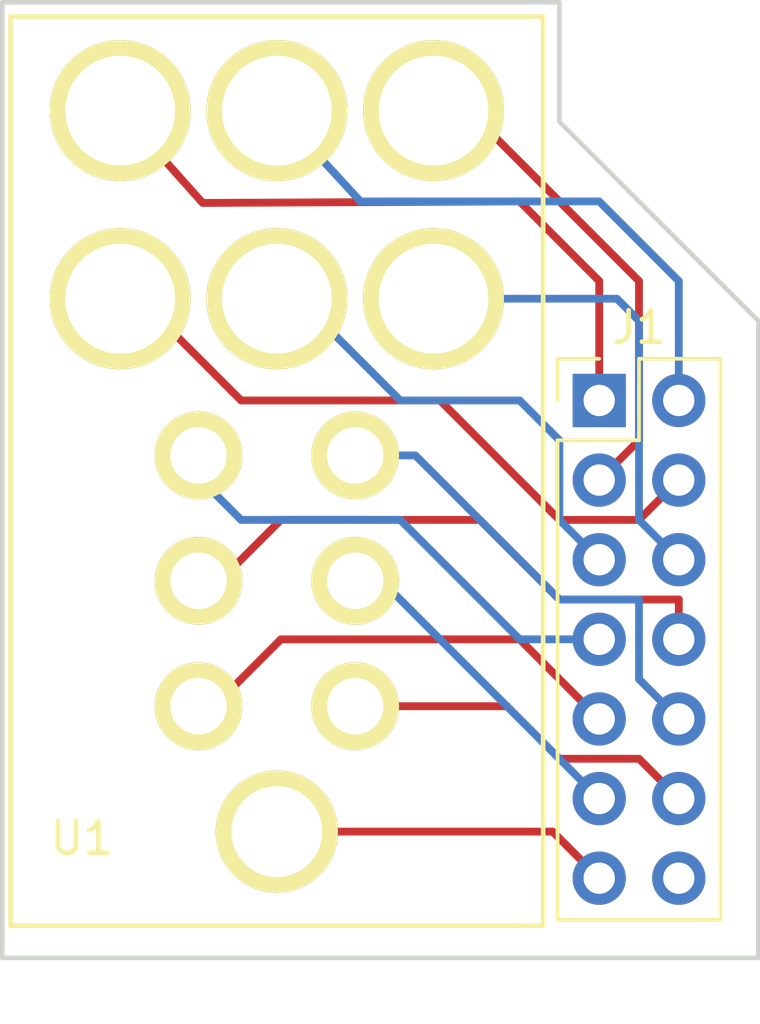
<source format=kicad_pcb>
(kicad_pcb (version 4) (host pcbnew 4.0.7)

  (general
    (links 13)
    (no_connects 0)
    (area 142.164999 82.474999 166.445001 113.105001)
    (thickness 1.6)
    (drawings 6)
    (tracks 58)
    (zones 0)
    (modules 2)
    (nets 15)
  )

  (page A4)
  (title_block
    (title "2 Gang DPDT Quick Connect")
    (rev 1)
  )

  (layers
    (0 F.Cu signal)
    (31 B.Cu signal)
    (32 B.Adhes user)
    (33 F.Adhes user)
    (34 B.Paste user)
    (35 F.Paste user)
    (36 B.SilkS user)
    (37 F.SilkS user)
    (38 B.Mask user)
    (39 F.Mask user)
    (40 Dwgs.User user)
    (41 Cmts.User user)
    (42 Eco1.User user)
    (43 Eco2.User user)
    (44 Edge.Cuts user)
    (45 Margin user)
    (46 B.CrtYd user)
    (47 F.CrtYd user)
    (48 B.Fab user)
    (49 F.Fab user)
  )

  (setup
    (last_trace_width 0.25)
    (trace_clearance 0.2)
    (zone_clearance 0.508)
    (zone_45_only no)
    (trace_min 0.2)
    (segment_width 0.2)
    (edge_width 0.15)
    (via_size 0.6)
    (via_drill 0.4)
    (via_min_size 0.4)
    (via_min_drill 0.3)
    (uvia_size 0.3)
    (uvia_drill 0.1)
    (uvias_allowed no)
    (uvia_min_size 0.2)
    (uvia_min_drill 0.1)
    (pcb_text_width 0.3)
    (pcb_text_size 1.5 1.5)
    (mod_edge_width 0.15)
    (mod_text_size 1 1)
    (mod_text_width 0.15)
    (pad_size 1.524 1.524)
    (pad_drill 0.762)
    (pad_to_mask_clearance 0.2)
    (aux_axis_origin 0 0)
    (visible_elements 7FFFFFFF)
    (pcbplotparams
      (layerselection 0x00030_80000001)
      (usegerberextensions false)
      (excludeedgelayer true)
      (linewidth 0.100000)
      (plotframeref false)
      (viasonmask false)
      (mode 1)
      (useauxorigin false)
      (hpglpennumber 1)
      (hpglpenspeed 20)
      (hpglpendiameter 15)
      (hpglpenoverlay 2)
      (psnegative false)
      (psa4output false)
      (plotreference true)
      (plotvalue true)
      (plotinvisibletext false)
      (padsonsilk false)
      (subtractmaskfromsilk false)
      (outputformat 1)
      (mirror false)
      (drillshape 1)
      (scaleselection 1)
      (outputdirectory ""))
  )

  (net 0 "")
  (net 1 GANG11)
  (net 2 WIPE1)
  (net 3 GANG13)
  (net 4 GANG21)
  (net 5 WIPE2)
  (net 6 GANG23)
  (net 7 DPDT1)
  (net 8 DPDT2)
  (net 9 DPDT3)
  (net 10 DPDT4)
  (net 11 DPDT5)
  (net 12 DPDT6)
  (net 13 GND)
  (net 14 "Net-(J1-Pad14)")

  (net_class Default "This is the default net class."
    (clearance 0.2)
    (trace_width 0.25)
    (via_dia 0.6)
    (via_drill 0.4)
    (uvia_dia 0.3)
    (uvia_drill 0.1)
    (add_net DPDT1)
    (add_net DPDT2)
    (add_net DPDT3)
    (add_net DPDT4)
    (add_net DPDT5)
    (add_net DPDT6)
    (add_net GANG11)
    (add_net GANG13)
    (add_net GANG21)
    (add_net GANG23)
    (add_net GND)
    (add_net "Net-(J1-Pad14)")
    (add_net WIPE1)
    (add_net WIPE2)
  )

  (module Pin_Headers:Pin_Header_Straight_2x07_Pitch2.54mm (layer F.Cu) (tedit 5B6C738D) (tstamp 5B6C6B08)
    (at 161.29 95.25)
    (descr "Through hole straight pin header, 2x07, 2.54mm pitch, double rows")
    (tags "Through hole pin header THT 2x07 2.54mm double row")
    (path /5B6C6157)
    (fp_text reference J1 (at 1.27 -2.33) (layer F.SilkS)
      (effects (font (size 1 1) (thickness 0.15)))
    )
    (fp_text value Conn_02x07_Odd_Even (at -6.35 19.05) (layer F.Fab)
      (effects (font (size 1 1) (thickness 0.15)))
    )
    (fp_line (start 0 -1.27) (end 3.81 -1.27) (layer F.Fab) (width 0.1))
    (fp_line (start 3.81 -1.27) (end 3.81 16.51) (layer F.Fab) (width 0.1))
    (fp_line (start 3.81 16.51) (end -1.27 16.51) (layer F.Fab) (width 0.1))
    (fp_line (start -1.27 16.51) (end -1.27 0) (layer F.Fab) (width 0.1))
    (fp_line (start -1.27 0) (end 0 -1.27) (layer F.Fab) (width 0.1))
    (fp_line (start -1.33 16.57) (end 3.87 16.57) (layer F.SilkS) (width 0.12))
    (fp_line (start -1.33 1.27) (end -1.33 16.57) (layer F.SilkS) (width 0.12))
    (fp_line (start 3.87 -1.33) (end 3.87 16.57) (layer F.SilkS) (width 0.12))
    (fp_line (start -1.33 1.27) (end 1.27 1.27) (layer F.SilkS) (width 0.12))
    (fp_line (start 1.27 1.27) (end 1.27 -1.33) (layer F.SilkS) (width 0.12))
    (fp_line (start 1.27 -1.33) (end 3.87 -1.33) (layer F.SilkS) (width 0.12))
    (fp_line (start -1.33 0) (end -1.33 -1.33) (layer F.SilkS) (width 0.12))
    (fp_line (start -1.33 -1.33) (end 0 -1.33) (layer F.SilkS) (width 0.12))
    (fp_line (start -1.8 -1.8) (end -1.8 17.05) (layer F.CrtYd) (width 0.05))
    (fp_line (start -1.8 17.05) (end 4.35 17.05) (layer F.CrtYd) (width 0.05))
    (fp_line (start 4.35 17.05) (end 4.35 -1.8) (layer F.CrtYd) (width 0.05))
    (fp_line (start 4.35 -1.8) (end -1.8 -1.8) (layer F.CrtYd) (width 0.05))
    (fp_text user %R (at 1.27 7.62 90) (layer F.Fab)
      (effects (font (size 1 1) (thickness 0.15)))
    )
    (pad 1 thru_hole rect (at 0 0) (size 1.7 1.7) (drill 1) (layers *.Cu *.Mask)
      (net 1 GANG11))
    (pad 2 thru_hole oval (at 2.54 0) (size 1.7 1.7) (drill 1) (layers *.Cu *.Mask)
      (net 2 WIPE1))
    (pad 3 thru_hole oval (at 0 2.54) (size 1.7 1.7) (drill 1) (layers *.Cu *.Mask)
      (net 3 GANG13))
    (pad 4 thru_hole oval (at 2.54 2.54) (size 1.7 1.7) (drill 1) (layers *.Cu *.Mask)
      (net 4 GANG21))
    (pad 5 thru_hole oval (at 0 5.08) (size 1.7 1.7) (drill 1) (layers *.Cu *.Mask)
      (net 5 WIPE2))
    (pad 6 thru_hole oval (at 2.54 5.08) (size 1.7 1.7) (drill 1) (layers *.Cu *.Mask)
      (net 6 GANG23))
    (pad 7 thru_hole oval (at 0 7.62) (size 1.7 1.7) (drill 1) (layers *.Cu *.Mask)
      (net 7 DPDT1))
    (pad 8 thru_hole oval (at 2.54 7.62) (size 1.7 1.7) (drill 1) (layers *.Cu *.Mask)
      (net 8 DPDT2))
    (pad 9 thru_hole oval (at 0 10.16) (size 1.7 1.7) (drill 1) (layers *.Cu *.Mask)
      (net 9 DPDT3))
    (pad 10 thru_hole oval (at 2.54 10.16) (size 1.7 1.7) (drill 1) (layers *.Cu *.Mask)
      (net 10 DPDT4))
    (pad 11 thru_hole oval (at 0 12.7) (size 1.7 1.7) (drill 1) (layers *.Cu *.Mask)
      (net 11 DPDT5))
    (pad 12 thru_hole oval (at 2.54 12.7) (size 1.7 1.7) (drill 1) (layers *.Cu *.Mask)
      (net 12 DPDT6))
    (pad 13 thru_hole oval (at 0 15.24) (size 1.7 1.7) (drill 1) (layers *.Cu *.Mask)
      (net 13 GND))
    (pad 14 thru_hole oval (at 2.54 15.24) (size 1.7 1.7) (drill 1) (layers *.Cu *.Mask)
      (net 14 "Net-(J1-Pad14)"))
    (model ${KISYS3DMOD}/Pin_Headers.3dshapes/Pin_Header_Straight_2x07_Pitch2.54mm.wrl
      (at (xyz 0 0 0))
      (scale (xyz 1 1 1))
      (rotate (xyz 0 0 0))
    )
  )

  (module GTR183:PotFP (layer F.Cu) (tedit 5B6C739C) (tstamp 5B6C6B1D)
    (at 148.5011 105.0036)
    (path /5B6BD6DE)
    (fp_text reference U1 (at -3.7211 4.2164) (layer F.SilkS)
      (effects (font (size 1 1) (thickness 0.15)))
    )
    (fp_text value PDB183GTR21 (at 2.6289 6.7564) (layer F.Fab)
      (effects (font (size 1 1) (thickness 0.15)))
    )
    (fp_line (start -6 -22) (end 11 -22) (layer F.SilkS) (width 0.15))
    (fp_line (start 11 -22) (end 11 7) (layer F.SilkS) (width 0.15))
    (fp_line (start 11 7) (end -6 7) (layer F.SilkS) (width 0.15))
    (fp_line (start -6 7) (end -6 -22) (layer F.SilkS) (width 0.15))
    (pad 7 thru_hole circle (at 0 -8) (size 2.8 2.8) (drill 1.8) (layers *.Cu *.Mask F.SilkS)
      (net 7 DPDT1))
    (pad 8 thru_hole circle (at 0 -4) (size 2.8 2.8) (drill 1.8) (layers *.Cu *.Mask F.SilkS)
      (net 8 DPDT2))
    (pad 9 thru_hole circle (at 0 0) (size 2.8 2.8) (drill 1.8) (layers *.Cu *.Mask F.SilkS)
      (net 9 DPDT3))
    (pad 10 thru_hole circle (at 5 -8) (size 2.8 2.8) (drill 1.8) (layers *.Cu *.Mask F.SilkS)
      (net 10 DPDT4))
    (pad 11 thru_hole circle (at 5 -4) (size 2.8 2.8) (drill 1.8) (layers *.Cu *.Mask F.SilkS)
      (net 11 DPDT5))
    (pad 12 thru_hole circle (at 5 0) (size 2.8 2.8) (drill 1.8) (layers *.Cu *.Mask F.SilkS)
      (net 12 DPDT6))
    (pad 4 thru_hole circle (at -2.5 -13) (size 4.5 4.5) (drill 3.5) (layers *.Cu *.Mask F.SilkS)
      (net 4 GANG21))
    (pad 1 thru_hole circle (at -2.5 -19) (size 4.5 4.5) (drill 3.5) (layers *.Cu *.Mask F.SilkS)
      (net 1 GANG11))
    (pad 3 thru_hole circle (at 7.5 -19) (size 4.5 4.5) (drill 3.5) (layers *.Cu *.Mask F.SilkS)
      (net 3 GANG13))
    (pad 5 thru_hole circle (at 2.5 -13) (size 4.5 4.5) (drill 3.5) (layers *.Cu *.Mask F.SilkS)
      (net 5 WIPE2))
    (pad 6 thru_hole circle (at 7.5 -13) (size 4.5 4.5) (drill 3.5) (layers *.Cu *.Mask F.SilkS)
      (net 6 GANG23))
    (pad 2 thru_hole circle (at 2.5 -19) (size 4.5 4.5) (drill 3.5) (layers *.Cu *.Mask F.SilkS)
      (net 2 WIPE1))
    (pad 13 thru_hole circle (at 2.5 4) (size 3.9 3.9) (drill 2.9) (layers *.Cu *.Mask F.SilkS)
      (net 13 GND))
  )

  (gr_line (start 142.24 113.03) (end 142.24 82.55) (angle 90) (layer Edge.Cuts) (width 0.15))
  (gr_line (start 166.37 113.03) (end 142.24 113.03) (angle 90) (layer Edge.Cuts) (width 0.15))
  (gr_line (start 166.37 92.71) (end 166.37 113.03) (angle 90) (layer Edge.Cuts) (width 0.15))
  (gr_line (start 160.02 86.36) (end 166.37 92.71) (angle 90) (layer Edge.Cuts) (width 0.15))
  (gr_line (start 160.02 82.55) (end 160.02 86.36) (angle 90) (layer Edge.Cuts) (width 0.15))
  (gr_line (start 142.24 82.55) (end 160.02 82.55) (angle 90) (layer Edge.Cuts) (width 0.15))

  (segment (start 161.29 91.44) (end 161.29 95.25) (width 0.25) (layer F.Cu) (net 1) (tstamp 5B6C6FAF))
  (segment (start 158.75 88.9) (end 161.29 91.44) (width 0.25) (layer F.Cu) (net 1) (tstamp 5B6C6FAA))
  (segment (start 148.6389 88.9489) (end 158.75 88.9) (width 0.25) (layer F.Cu) (net 1) (tstamp 5B6C6FA7))
  (segment (start 148.59 88.9) (end 148.6389 88.9489) (width 0.25) (layer F.Cu) (net 1) (tstamp 5B6C6FA6))
  (segment (start 146.0011 86.0036) (end 148.59 88.9) (width 0.25) (layer F.Cu) (net 1) (status 400000))
  (segment (start 163.83 91.44) (end 163.83 95.25) (width 0.25) (layer B.Cu) (net 2) (tstamp 5B6C6FE9))
  (segment (start 161.29 88.9) (end 163.83 91.44) (width 0.25) (layer B.Cu) (net 2) (tstamp 5B6C6FE7))
  (segment (start 153.67 88.9) (end 161.29 88.9) (width 0.25) (layer B.Cu) (net 2) (tstamp 5B6C6FE5))
  (segment (start 153.67 88.9) (end 153.67 88.9) (width 0.25) (layer B.Cu) (net 2) (tstamp 5B6C6FE4))
  (segment (start 151.0011 86.0036) (end 153.67 88.9) (width 0.25) (layer B.Cu) (net 2) (status 400000))
  (segment (start 162.56 96.52) (end 161.29 97.79) (width 0.25) (layer F.Cu) (net 3) (tstamp 5B6C6FD5))
  (segment (start 162.56 91.44) (end 162.56 96.52) (width 0.25) (layer F.Cu) (net 3) (tstamp 5B6C6FD2))
  (segment (start 157.1236 86.0036) (end 162.56 91.44) (width 0.25) (layer F.Cu) (net 3) (tstamp 5B6C6FC1))
  (segment (start 156.0011 86.0036) (end 157.1236 86.0036) (width 0.25) (layer F.Cu) (net 3))
  (segment (start 162.56 99.06) (end 163.83 97.79) (width 0.25) (layer F.Cu) (net 4) (tstamp 5B6C7053))
  (segment (start 160.02 99.06) (end 162.56 99.06) (width 0.25) (layer F.Cu) (net 4) (tstamp 5B6C704C))
  (segment (start 156.21 95.25) (end 160.02 99.06) (width 0.25) (layer F.Cu) (net 4) (tstamp 5B6C7048))
  (segment (start 149.86 95.25) (end 156.21 95.25) (width 0.25) (layer F.Cu) (net 4) (tstamp 5B6C7044))
  (segment (start 146.6136 92.0036) (end 149.86 95.25) (width 0.25) (layer F.Cu) (net 4) (tstamp 5B6C7039))
  (segment (start 146.0011 92.0036) (end 146.6136 92.0036) (width 0.25) (layer F.Cu) (net 4))
  (segment (start 160.02 99.06) (end 161.29 100.33) (width 0.25) (layer B.Cu) (net 5) (tstamp 5B6C716B))
  (segment (start 160.02 96.52) (end 160.02 99.06) (width 0.25) (layer B.Cu) (net 5) (tstamp 5B6C7127))
  (segment (start 158.75 95.25) (end 160.02 96.52) (width 0.25) (layer B.Cu) (net 5) (tstamp 5B6C7126))
  (segment (start 154.94 95.25) (end 158.75 95.25) (width 0.25) (layer B.Cu) (net 5) (tstamp 5B6C7122))
  (segment (start 151.6936 92.0036) (end 154.94 95.25) (width 0.25) (layer B.Cu) (net 5) (tstamp 5B6C7119))
  (segment (start 151.0011 92.0036) (end 151.6936 92.0036) (width 0.25) (layer B.Cu) (net 5))
  (segment (start 162.56 99.06) (end 163.83 100.33) (width 0.25) (layer B.Cu) (net 6) (tstamp 5B6C70B4))
  (segment (start 162.56 92.71) (end 162.56 99.06) (width 0.25) (layer B.Cu) (net 6) (tstamp 5B6C70B1))
  (segment (start 161.8536 92.0036) (end 162.56 92.71) (width 0.25) (layer B.Cu) (net 6) (tstamp 5B6C70AC))
  (segment (start 156.0011 92.0036) (end 161.8536 92.0036) (width 0.25) (layer B.Cu) (net 6))
  (segment (start 158.75 102.87) (end 161.29 102.87) (width 0.25) (layer B.Cu) (net 7) (tstamp 5B6C718B))
  (segment (start 154.94 99.06) (end 158.75 102.87) (width 0.25) (layer B.Cu) (net 7) (tstamp 5B6C7185))
  (segment (start 149.86 99.06) (end 154.94 99.06) (width 0.25) (layer B.Cu) (net 7) (tstamp 5B6C7182))
  (segment (start 148.5011 97.7011) (end 149.86 99.06) (width 0.25) (layer B.Cu) (net 7) (tstamp 5B6C717A))
  (segment (start 148.5011 97.0036) (end 148.5011 97.7011) (width 0.25) (layer B.Cu) (net 7))
  (segment (start 163.83 101.6) (end 163.83 102.87) (width 0.25) (layer F.Cu) (net 8) (tstamp 5B6C71DF))
  (segment (start 160.02 101.6) (end 163.83 101.6) (width 0.25) (layer F.Cu) (net 8) (tstamp 5B6C71DD))
  (segment (start 157.48 99.06) (end 160.02 101.6) (width 0.25) (layer F.Cu) (net 8) (tstamp 5B6C71DB))
  (segment (start 151.13 99.06) (end 157.48 99.06) (width 0.25) (layer F.Cu) (net 8) (tstamp 5B6C71D6))
  (segment (start 149.1864 101.0036) (end 151.13 99.06) (width 0.25) (layer F.Cu) (net 8) (tstamp 5B6C71CC))
  (segment (start 148.5011 101.0036) (end 149.1864 101.0036) (width 0.25) (layer F.Cu) (net 8))
  (segment (start 158.75 102.87) (end 161.29 105.41) (width 0.25) (layer F.Cu) (net 9) (tstamp 5B6C7212))
  (segment (start 151.13 102.87) (end 158.75 102.87) (width 0.25) (layer F.Cu) (net 9) (tstamp 5B6C720F))
  (segment (start 148.9964 105.0036) (end 151.13 102.87) (width 0.25) (layer F.Cu) (net 9) (tstamp 5B6C720B))
  (segment (start 148.5011 105.0036) (end 148.9964 105.0036) (width 0.25) (layer F.Cu) (net 9))
  (segment (start 162.56 104.14) (end 163.83 105.41) (width 0.25) (layer B.Cu) (net 10) (tstamp 5B6C71AE))
  (segment (start 162.56 101.6) (end 162.56 104.14) (width 0.25) (layer B.Cu) (net 10) (tstamp 5B6C71A9))
  (segment (start 160.02 101.6) (end 162.56 101.6) (width 0.25) (layer B.Cu) (net 10) (tstamp 5B6C71A7))
  (segment (start 155.4236 97.0036) (end 160.02 101.6) (width 0.25) (layer B.Cu) (net 10) (tstamp 5B6C71A4))
  (segment (start 153.5011 97.0036) (end 155.4236 97.0036) (width 0.25) (layer B.Cu) (net 10))
  (segment (start 154.3436 101.0036) (end 161.29 107.95) (width 0.25) (layer B.Cu) (net 11) (tstamp 5B6C7220))
  (segment (start 153.5011 101.0036) (end 154.3436 101.0036) (width 0.25) (layer B.Cu) (net 11))
  (segment (start 153.5011 105.0036) (end 158.3436 105.0036) (width 0.25) (layer F.Cu) (net 12))
  (segment (start 162.56 106.68) (end 163.83 107.95) (width 0.25) (layer F.Cu) (net 12) (tstamp 5B6C72FB))
  (segment (start 160.02 106.68) (end 162.56 106.68) (width 0.25) (layer F.Cu) (net 12) (tstamp 5B6C72F9))
  (segment (start 158.3436 105.0036) (end 160.02 106.68) (width 0.25) (layer F.Cu) (net 12) (tstamp 5B6C72F5))
  (segment (start 151.0011 109.0036) (end 159.8036 109.0036) (width 0.25) (layer F.Cu) (net 13))
  (segment (start 159.8036 109.0036) (end 161.29 110.49) (width 0.25) (layer F.Cu) (net 13) (tstamp 5B6C7309))

)

</source>
